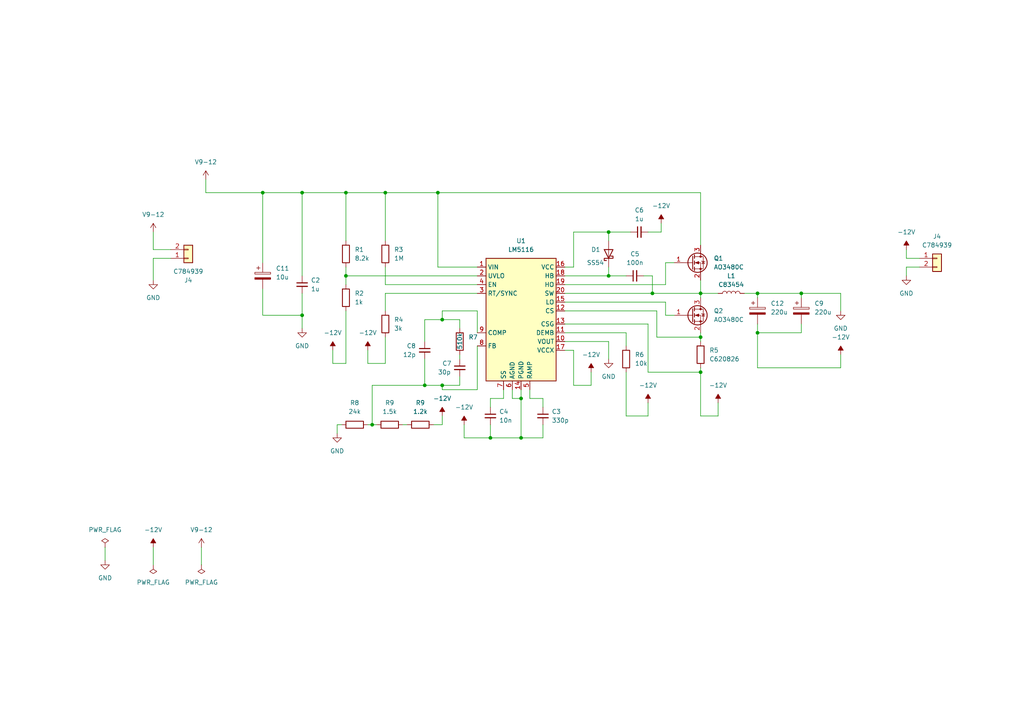
<source format=kicad_sch>
(kicad_sch (version 20230121) (generator eeschema)
  (paper "A4")
  (lib_symbols
    (symbol "Connector_Generic:Conn_01x02" (pin_names (offset 1.016) hide)
      (property "Reference" "J" (at 0 2.54 0))
      (property "Value" "Conn_01x02" (at 0 -5.08 0))
      (symbol "Conn_01x02_1_1"
        (rectangle (start -1.27 -2.413) (end 0 -2.667) (stroke (width 0.1524)))
        (rectangle (start -1.27 0.127) (end 0 -0.127) (stroke (width 0.1524)))
        (rectangle (start -1.27 1.27) (end 1.27 -3.81) (stroke (width 0.254)) (fill (type background)))
        (pin passive line (at -5.08 0 0) (length 3.81) (name "Pin_1") (number "1"))
        (pin passive line (at -5.08 -2.54 0) (length 3.81) (name "Pin_2") (number "2"))
      )
    )
    (symbol "Device:C_Polarized" (pin_numbers hide) (pin_names (offset 0.254))
      (property "Reference" "C" (at 0.635 2.54 0))
      (property "Value" "C_Polarized" (at 0.635 -2.54 0))
      (symbol "C_Polarized_0_1"
        (rectangle (start -2.286 0.508) (end 2.286 1.016))
        (polyline (pts (xy -1.778 2.286) (xy -0.762 2.286)))
        (polyline (pts (xy -1.27 2.794) (xy -1.27 1.778)))
        (rectangle (start 2.286 -0.508) (end -2.286 -1.016) (fill (type outline)))
      )
      (symbol "C_Polarized_1_1"
        (pin passive line (at 0 3.81 270) (length 2.794) (name "~") (number "1"))
        (pin passive line (at 0 -3.81 90) (length 2.794) (name "~") (number "2"))
      )
    )
    (symbol "Device:C_Small" (pin_numbers hide) (pin_names (offset 0.254) hide)
      (property "Reference" "C" (at 0.254 1.778 0))
      (property "Value" "C_Small" (at 0.254 -2.032 0))
      (symbol "C_Small_0_1"
        (polyline (pts (xy -1.524 -0.508) (xy 1.524 -0.508)) (stroke (width 0.3302)))
        (polyline (pts (xy -1.524 0.508) (xy 1.524 0.508)) (stroke (width 0.3048)))
      )
      (symbol "C_Small_1_1"
        (pin passive line (at 0 2.54 270) (length 2.032) (name "~") (number "1"))
        (pin passive line (at 0 -2.54 90) (length 2.032) (name "~") (number "2"))
      )
    )
    (symbol "Device:D_Schottky" (pin_numbers hide) (pin_names (offset 1.016) hide)
      (property "Reference" "D" (at 0 2.54 0))
      (property "Value" "D_Schottky" (at 0 -2.54 0))
      (symbol "D_Schottky_0_1"
        (polyline (pts (xy 1.27 0) (xy -1.27 0)))
        (polyline (pts (xy 1.27 1.27) (xy 1.27 -1.27) (xy -1.27 0) (xy 1.27 1.27)) (stroke (width 0.254)))
        (polyline (pts (xy -1.905 0.635) (xy -1.905 1.27) (xy -1.27 1.27) (xy -1.27 -1.27) (xy -0.635 -1.27) (xy -0.635 -0.635)) (stroke (width 0.254)))
      )
      (symbol "D_Schottky_1_1"
        (pin passive line (at -3.81 0 0) (length 2.54) (name "K") (number "1"))
        (pin passive line (at 3.81 0 180) (length 2.54) (name "A") (number "2"))
      )
    )
    (symbol "Device:L" (pin_numbers hide) (pin_names (offset 1.016) hide)
      (property "Reference" "L" (at -1.27 0 90))
      (property "Value" "L" (at 1.905 0 90))
      (symbol "L_0_1"
        (arc (start 0 -2.54) (mid 0.6323 -1.905) (end 0 -1.27))
        (arc (start 0 -1.27) (mid 0.6323 -0.635) (end 0 0))
        (arc (start 0 0) (mid 0.6323 0.635) (end 0 1.27))
        (arc (start 0 1.27) (mid 0.6323 1.905) (end 0 2.54))
      )
      (symbol "L_1_1"
        (pin passive line (at 0 3.81 270) (length 1.27) (name "1") (number "1"))
        (pin passive line (at 0 -3.81 90) (length 1.27) (name "2") (number "2"))
      )
    )
    (symbol "Device:R" (pin_numbers hide) (pin_names (offset 0))
      (property "Reference" "R" (at 2.032 0 90))
      (property "Value" "R" (at 0 0 90))
      (symbol "R_0_1"
        (rectangle (start -1.016 -2.54) (end 1.016 2.54) (stroke (width 0.254)))
      )
      (symbol "R_1_1"
        (pin passive line (at 0 3.81 270) (length 1.27) (name "~") (number "1"))
        (pin passive line (at 0 -3.81 90) (length 1.27) (name "~") (number "2"))
      )
    )
    (symbol "PowerFlags:V9-12" (power) (in_bom no) (on_board no)
      (property "Value" "V9-12" (at 0 3.81 0))
      (symbol "V9-12_0_1"
        (polyline (pts (xy -0.762 1.27) (xy 0 2.54)))
        (polyline (pts (xy 0 0) (xy 0 2.54)))
        (polyline (pts (xy 0 2.54) (xy 0.762 1.27)))
      )
      (symbol "V9-12_1_1"
        (pin power_in line (at 0 0 90) (length 0) hide (name "V9-12") (number "1"))
      )
    )
    (symbol "Power_ICs:LM5116"
      (property "Reference" "U1" (at 1.27 15.24 0))
      (property "Value" "LM5116" (at 1.27 12.7 0))
      (symbol "LM5116_0_1"
        (rectangle (start -8.89 10.16) (end 11.43 -25.4) (stroke (width 0.254)) (fill (type background)))
      )
      (symbol "LM5116_1_1"
        (pin power_in line (at -11.43 7.62 0) (length 2.54) (name "VIN") (number "1"))
        (pin input line (at 13.97 -13.97 180) (length 2.54) (name "VOUT") (number "10"))
        (pin passive line (at 13.97 -11.43 180) (length 2.54) (name "DEMB") (number "11"))
        (pin input line (at 13.97 -5.08 180) (length 2.54) (name "CS") (number "12"))
        (pin input line (at 13.97 -8.89 180) (length 2.54) (name "CSG") (number "13"))
        (pin power_in line (at 1.27 -27.94 90) (length 2.54) (name "PGND") (number "14"))
        (pin output line (at 13.97 -2.54 180) (length 2.54) (name "LO") (number "15"))
        (pin power_out line (at 13.97 7.62 180) (length 2.54) (name "VCC") (number "16"))
        (pin power_in line (at 13.97 -16.51 180) (length 2.54) (name "VCCX") (number "17"))
        (pin passive line (at 13.97 5.08 180) (length 2.54) (name "HB") (number "18"))
        (pin output line (at 13.97 2.54 180) (length 2.54) (name "HO") (number "19"))
        (pin input line (at -11.43 5.08 0) (length 2.54) (name "UVLO") (number "2"))
        (pin passive line (at 13.97 0 180) (length 2.54) (name "SW") (number "20"))
        (pin power_in line (at 1.27 -27.94 90) (length 2.54) hide (name "PGND") (number "21"))
        (pin input line (at -11.43 0 0) (length 2.54) (name "RT/SYNC") (number "3"))
        (pin input line (at -11.43 2.54 0) (length 2.54) (name "EN") (number "4"))
        (pin passive line (at 3.81 -27.94 90) (length 2.54) (name "RAMP") (number "5"))
        (pin power_in line (at -1.27 -27.94 90) (length 2.54) (name "AGND") (number "6"))
        (pin passive line (at -3.81 -27.94 90) (length 2.54) (name "SS") (number "7"))
        (pin input line (at -11.43 -15.24 0) (length 2.54) (name "FB") (number "8"))
        (pin output line (at -11.43 -11.43 0) (length 2.54) (name "COMP") (number "9"))
      )
    )
    (symbol "Transistor_FET:AO3400A" (pin_names hide)
      (property "Reference" "Q" (at 5.08 1.905 0))
      (property "Value" "AO3400A" (at 5.08 0 0))
      (symbol "AO3400A_0_1"
        (polyline (pts (xy 0.254 0) (xy -2.54 0)))
        (polyline (pts (xy 0.254 1.905) (xy 0.254 -1.905)) (stroke (width 0.254)))
        (polyline (pts (xy 0.762 -1.27) (xy 0.762 -2.286)) (stroke (width 0.254)))
        (polyline (pts (xy 0.762 0.508) (xy 0.762 -0.508)) (stroke (width 0.254)))
        (polyline (pts (xy 0.762 2.286) (xy 0.762 1.27)) (stroke (width 0.254)))
        (polyline (pts (xy 2.54 2.54) (xy 2.54 1.778)))
        (polyline (pts (xy 2.54 -2.54) (xy 2.54 0) (xy 0.762 0)))
        (polyline (pts (xy 0.762 -1.778) (xy 3.302 -1.778) (xy 3.302 1.778) (xy 0.762 1.778)))
        (polyline (pts (xy 1.016 0) (xy 2.032 0.381) (xy 2.032 -0.381) (xy 1.016 0)) (fill (type outline)))
        (polyline (pts (xy 2.794 0.508) (xy 2.921 0.381) (xy 3.683 0.381) (xy 3.81 0.254)))
        (polyline (pts (xy 3.302 0.381) (xy 2.921 -0.254) (xy 3.683 -0.254) (xy 3.302 0.381)))
        (circle (center 1.651 0) (radius 2.794) (stroke (width 0.254)))
        (circle (center 2.54 -1.778) (radius 0.254) (fill (type outline)))
        (circle (center 2.54 1.778) (radius 0.254) (fill (type outline)))
      )
      (symbol "AO3400A_1_1"
        (pin input line (at -5.08 0 0) (length 2.54) (name "G") (number "1"))
        (pin passive line (at 2.54 -5.08 90) (length 2.54) (name "S") (number "2"))
        (pin passive line (at 2.54 5.08 270) (length 2.54) (name "D") (number "3"))
      )
    )
    (symbol "power:-12V" (power) (pin_names (offset 0))
      (property "Value" "-12V" (at 0 3.81 0))
      (symbol "-12V_0_0"
        (pin power_in line (at 0 0 90) (length 0) hide (name "-12V") (number "1"))
      )
      (symbol "-12V_0_1"
        (polyline (pts (xy 0 0) (xy 0 1.27) (xy 0.762 1.27) (xy 0 2.54) (xy -0.762 1.27) (xy 0 1.27)) (fill (type outline)))
      )
    )
    (symbol "power:GND" (power) (pin_names (offset 0))
      (property "Value" "GND" (at 0 -3.81 0))
      (symbol "GND_0_1"
        (polyline (pts (xy 0 0) (xy 0 -1.27) (xy 1.27 -1.27) (xy 0 -2.54) (xy -1.27 -1.27) (xy 0 -1.27)))
      )
      (symbol "GND_1_1"
        (pin power_in line (at 0 0 270) (length 0) hide (name "GND") (number "1"))
      )
    )
    (symbol "power:PWR_FLAG" (power) (pin_numbers hide) (pin_names (offset 0) hide)
      (property "Value" "PWR_FLAG" (at 0 3.81 0))
      (symbol "PWR_FLAG_0_0"
        (pin power_out line (at 0 0 90) (length 0) (name "pwr") (number "1"))
      )
      (symbol "PWR_FLAG_0_1"
        (polyline (pts (xy 0 0) (xy 0 1.27) (xy -1.016 1.905) (xy 0 2.54) (xy 1.016 1.905) (xy 0 1.27)))
      )
    )
  )
  (junction (at 127 55.88))
  (junction (at 87.63 55.88))
  (junction (at 219.71 96.52))
  (junction (at 76.2 55.88))
  (junction (at 219.71 85.09))
  (junction (at 142.24 127))
  (junction (at 203.2 107.95))
  (junction (at 123.19 111.76))
  (junction (at 111.76 55.88))
  (junction (at 100.33 80.01))
  (junction (at 203.2 97.79))
  (junction (at 189.23 85.09))
  (junction (at 107.95 123.19))
  (junction (at 151.13 115.57))
  (junction (at 87.63 91.44))
  (junction (at 128.27 111.76))
  (junction (at 232.41 85.09))
  (junction (at 128.27 92.71))
  (junction (at 151.13 127))
  (junction (at 203.2 85.09))
  (junction (at 176.53 80.01))
  (junction (at 176.53 67.31))
  (junction (at 100.33 55.88))
  (wire (pts (xy 181.61 107.95) (xy 181.61 120.65)))
  (wire (pts (xy 190.5 90.17) (xy 190.5 97.79)))
  (wire (pts (xy 138.43 96.52) (xy 138.43 90.17)))
  (wire (pts (xy 208.28 116.84) (xy 208.28 120.65)))
  (wire (pts (xy 181.61 120.65) (xy 187.96 120.65)))
  (wire (pts (xy 163.83 90.17) (xy 190.5 90.17)))
  (wire (pts (xy 166.37 101.6) (xy 163.83 101.6)))
  (wire (pts (xy 111.76 55.88) (xy 111.76 69.85)))
  (wire (pts (xy 138.43 113.03) (xy 128.27 113.03)))
  (wire (pts (xy 153.67 115.57) (xy 153.67 113.03)))
  (wire (pts (xy 262.89 74.93) (xy 262.89 72.39)))
  (wire (pts (xy 133.35 95.25) (xy 133.35 92.71)))
  (wire (pts (xy 76.2 55.88) (xy 87.63 55.88)))
  (wire (pts (xy 166.37 111.76) (xy 171.45 111.76)))
  (wire (pts (xy 100.33 80.01) (xy 100.33 77.47)))
  (wire (pts (xy 187.96 107.95) (xy 187.96 93.98)))
  (wire (pts (xy 187.96 116.84) (xy 187.96 120.65)))
  (wire (pts (xy 193.04 76.2) (xy 195.58 76.2)))
  (wire (pts (xy 191.77 67.31) (xy 187.96 67.31)))
  (wire (pts (xy 127 55.88) (xy 127 77.47)))
  (wire (pts (xy 87.63 91.44) (xy 87.63 95.25)))
  (wire (pts (xy 157.48 115.57) (xy 153.67 115.57)))
  (wire (pts (xy 151.13 127) (xy 157.48 127)))
  (wire (pts (xy 181.61 96.52) (xy 163.83 96.52)))
  (wire (pts (xy 138.43 90.17) (xy 128.27 90.17)))
  (wire (pts (xy 203.2 107.95) (xy 187.96 107.95)))
  (wire (pts (xy 148.59 115.57) (xy 151.13 115.57)))
  (wire (pts (xy 138.43 80.01) (xy 100.33 80.01)))
  (wire (pts (xy 128.27 90.17) (xy 128.27 92.71)))
  (wire (pts (xy 266.7 77.47) (xy 262.89 77.47)))
  (wire (pts (xy 138.43 100.33) (xy 138.43 113.03)))
  (wire (pts (xy 190.5 97.79) (xy 203.2 97.79)))
  (wire (pts (xy 142.24 115.57) (xy 146.05 115.57)))
  (wire (pts (xy 96.52 105.41) (xy 100.33 105.41)))
  (wire (pts (xy 49.53 72.39) (xy 44.45 72.39)))
  (wire (pts (xy 106.68 123.19) (xy 107.95 123.19)))
  (wire (pts (xy 76.2 83.82) (xy 76.2 91.44)))
  (wire (pts (xy 59.69 52.07) (xy 59.69 55.88)))
  (wire (pts (xy 232.41 93.98) (xy 232.41 96.52)))
  (wire (pts (xy 176.53 99.06) (xy 176.53 104.14)))
  (wire (pts (xy 106.68 101.6) (xy 106.68 105.41)))
  (wire (pts (xy 219.71 96.52) (xy 232.41 96.52)))
  (wire (pts (xy 111.76 85.09) (xy 111.76 90.17)))
  (wire (pts (xy 176.53 80.01) (xy 176.53 77.47)))
  (wire (pts (xy 203.2 107.95) (xy 203.2 120.65)))
  (wire (pts (xy 138.43 82.55) (xy 111.76 82.55)))
  (wire (pts (xy 76.2 76.2) (xy 76.2 55.88)))
  (wire (pts (xy 157.48 127) (xy 157.48 123.19)))
  (wire (pts (xy 123.19 111.76) (xy 128.27 111.76)))
  (wire (pts (xy 142.24 127) (xy 151.13 127)))
  (wire (pts (xy 100.33 55.88) (xy 100.33 69.85)))
  (wire (pts (xy 123.19 92.71) (xy 123.19 99.06)))
  (wire (pts (xy 219.71 106.68) (xy 243.84 106.68)))
  (wire (pts (xy 208.28 120.65) (xy 203.2 120.65)))
  (wire (pts (xy 134.62 123.19) (xy 134.62 127)))
  (wire (pts (xy 166.37 67.31) (xy 176.53 67.31)))
  (wire (pts (xy 189.23 80.01) (xy 189.23 85.09)))
  (wire (pts (xy 191.77 64.77) (xy 191.77 67.31)))
  (wire (pts (xy 133.35 102.87) (xy 133.35 104.14)))
  (wire (pts (xy 100.33 80.01) (xy 100.33 82.55)))
  (wire (pts (xy 148.59 113.03) (xy 148.59 115.57)))
  (wire (pts (xy 203.2 85.09) (xy 208.28 85.09)))
  (wire (pts (xy 97.79 125.73) (xy 97.79 123.19)))
  (wire (pts (xy 203.2 81.28) (xy 203.2 85.09)))
  (wire (pts (xy 106.68 105.41) (xy 111.76 105.41)))
  (wire (pts (xy 203.2 106.68) (xy 203.2 107.95)))
  (wire (pts (xy 189.23 85.09) (xy 203.2 85.09)))
  (wire (pts (xy 97.79 123.19) (xy 99.06 123.19)))
  (wire (pts (xy 163.83 99.06) (xy 176.53 99.06)))
  (wire (pts (xy 76.2 91.44) (xy 87.63 91.44)))
  (wire (pts (xy 116.84 123.19) (xy 118.11 123.19)))
  (wire (pts (xy 266.7 74.93) (xy 262.89 74.93)))
  (wire (pts (xy 181.61 100.33) (xy 181.61 96.52)))
  (wire (pts (xy 215.9 85.09) (xy 219.71 85.09)))
  (wire (pts (xy 87.63 91.44) (xy 87.63 85.09)))
  (wire (pts (xy 142.24 118.11) (xy 142.24 115.57)))
  (wire (pts (xy 30.48 158.75) (xy 30.48 162.56)))
  (wire (pts (xy 107.95 123.19) (xy 107.95 111.76)))
  (wire (pts (xy 176.53 67.31) (xy 182.88 67.31)))
  (wire (pts (xy 44.45 158.75) (xy 44.45 163.83)))
  (wire (pts (xy 59.69 55.88) (xy 76.2 55.88)))
  (wire (pts (xy 111.76 55.88) (xy 127 55.88)))
  (wire (pts (xy 243.84 106.68) (xy 243.84 102.87)))
  (wire (pts (xy 138.43 85.09) (xy 111.76 85.09)))
  (wire (pts (xy 193.04 91.44) (xy 193.04 87.63)))
  (wire (pts (xy 186.69 80.01) (xy 189.23 80.01)))
  (wire (pts (xy 107.95 111.76) (xy 123.19 111.76)))
  (wire (pts (xy 203.2 71.12) (xy 203.2 55.88)))
  (wire (pts (xy 219.71 86.36) (xy 219.71 85.09)))
  (wire (pts (xy 203.2 96.52) (xy 203.2 97.79)))
  (wire (pts (xy 44.45 81.28) (xy 44.45 74.93)))
  (wire (pts (xy 44.45 74.93) (xy 49.53 74.93)))
  (wire (pts (xy 128.27 113.03) (xy 128.27 111.76)))
  (wire (pts (xy 146.05 115.57) (xy 146.05 113.03)))
  (wire (pts (xy 195.58 91.44) (xy 193.04 91.44)))
  (wire (pts (xy 123.19 104.14) (xy 123.19 111.76)))
  (wire (pts (xy 193.04 87.63) (xy 163.83 87.63)))
  (wire (pts (xy 176.53 80.01) (xy 181.61 80.01)))
  (wire (pts (xy 187.96 93.98) (xy 163.83 93.98)))
  (wire (pts (xy 128.27 92.71) (xy 133.35 92.71)))
  (wire (pts (xy 87.63 55.88) (xy 87.63 80.01)))
  (wire (pts (xy 203.2 85.09) (xy 203.2 86.36)))
  (wire (pts (xy 151.13 113.03) (xy 151.13 115.57)))
  (wire (pts (xy 151.13 115.57) (xy 151.13 127)))
  (wire (pts (xy 100.33 105.41) (xy 100.33 90.17)))
  (wire (pts (xy 111.76 82.55) (xy 111.76 77.47)))
  (wire (pts (xy 166.37 77.47) (xy 166.37 67.31)))
  (wire (pts (xy 100.33 55.88) (xy 111.76 55.88)))
  (wire (pts (xy 232.41 85.09) (xy 243.84 85.09)))
  (wire (pts (xy 176.53 67.31) (xy 176.53 69.85)))
  (wire (pts (xy 243.84 90.17) (xy 243.84 85.09)))
  (wire (pts (xy 111.76 97.79) (xy 111.76 105.41)))
  (wire (pts (xy 262.89 80.01) (xy 262.89 77.47)))
  (wire (pts (xy 203.2 97.79) (xy 203.2 99.06)))
  (wire (pts (xy 157.48 118.11) (xy 157.48 115.57)))
  (wire (pts (xy 232.41 85.09) (xy 232.41 86.36)))
  (wire (pts (xy 219.71 96.52) (xy 219.71 93.98)))
  (wire (pts (xy 58.42 158.75) (xy 58.42 163.83)))
  (wire (pts (xy 96.52 101.6) (xy 96.52 105.41)))
  (wire (pts (xy 44.45 72.39) (xy 44.45 67.31)))
  (wire (pts (xy 163.83 77.47) (xy 166.37 77.47)))
  (wire (pts (xy 133.35 111.76) (xy 133.35 109.22)))
  (wire (pts (xy 125.73 123.19) (xy 128.27 123.19)))
  (wire (pts (xy 171.45 107.95) (xy 171.45 111.76)))
  (wire (pts (xy 189.23 85.09) (xy 163.83 85.09)))
  (wire (pts (xy 128.27 120.65) (xy 128.27 123.19)))
  (wire (pts (xy 166.37 101.6) (xy 166.37 111.76)))
  (wire (pts (xy 163.83 80.01) (xy 176.53 80.01)))
  (wire (pts (xy 142.24 123.19) (xy 142.24 127)))
  (wire (pts (xy 203.2 55.88) (xy 127 55.88)))
  (wire (pts (xy 134.62 127) (xy 142.24 127)))
  (wire (pts (xy 107.95 123.19) (xy 109.22 123.19)))
  (wire (pts (xy 219.71 85.09) (xy 232.41 85.09)))
  (wire (pts (xy 87.63 55.88) (xy 100.33 55.88)))
  (wire (pts (xy 128.27 92.71) (xy 123.19 92.71)))
  (wire (pts (xy 138.43 77.47) (xy 127 77.47)))
  (wire (pts (xy 193.04 82.55) (xy 193.04 76.2)))
  (wire (pts (xy 219.71 96.52) (xy 219.71 106.68)))
  (wire (pts (xy 163.83 82.55) (xy 193.04 82.55)))
  (wire (pts (xy 128.27 111.76) (xy 133.35 111.76)))
  (symbol (lib_id "power:GND") (at 97.79 125.73 0) (mirror y) (unit 1)
    (property "Reference" "#PWR012" (effects hide))
    (property "Value" "GND" (at 97.79 130.81 0))
    (instances (project "fuentes" (path "" (reference "#PWR012") (unit 1)) (path "" (reference "#PWR04") (unit 1))))
  )
  (symbol (lib_id "Device:C_Small") (at 133.35 106.68 0) (mirror y) (unit 1)
    (property "Reference" "C7" (at 128.27 105.41 0) (effects (justify right)))
    (property "Value" "30p" (at 127 107.95 0) (effects (justify right)))
    (property "Footprint" "Capacitor_SMD:C_0603_1608Metric" (effects hide))
    (instances (project "fuentes" (path "" (reference "C7") (unit 1)) (path "" (reference "C4") (unit 1))))
  )
  (symbol (lib_id "Device:C_Polarized") (at 219.71 90.17 0) (unit 1)
    (property "Reference" "C12" (at 223.52 88.011 0) (effects (justify left)))
    (property "Value" "220u" (at 223.52 90.551 0) (effects (justify left)))
    (property "Footprint" "Capacitor_SMD:CP_Elec_10x10" (effects hide))
    (instances (project "fuentes" (path "" (reference "C12") (unit 1)) (path "" (reference "C9") (unit 1))))
  )
  (symbol (lib_id "Device:C_Small") (at 157.48 120.65 0) (unit 1)
    (property "Reference" "C3" (at 160.02 119.3863 0) (effects (justify left)))
    (property "Value" "330p" (at 160.02 121.9263 0) (effects (justify left)))
    (property "Footprint" "Capacitor_SMD:C_0603_1608Metric" (effects hide))
    (instances (project "fuentes" (path "" (reference "C3") (unit 1)) (path "" (reference "C6") (unit 1))))
  )
  (symbol (lib_id "power:GND") (at 262.89 80.01 0) (mirror y) (unit 1)
    (property "Reference" "#PWR010" (effects hide))
    (property "Value" "GND" (at 262.89 85.09 0))
    (instances (project "fuentes" (path "" (reference "#PWR010") (unit 1)) (path "" (reference "#PWR048") (unit 1))))
  )
  (symbol (lib_id "Device:C_Small") (at 123.19 101.6 0) (mirror y) (unit 1)
    (property "Reference" "C8" (at 120.65 100.3363 0) (effects (justify left)))
    (property "Value" "12p" (at 120.65 102.8763 0) (effects (justify left)))
    (property "Footprint" "Capacitor_SMD:C_0603_1608Metric" (effects hide))
    (instances (project "fuentes" (path "" (reference "C8") (unit 1)) (path "" (reference "C3") (unit 1))))
  )
  (symbol (lib_id "power:GND") (at 243.84 90.17 0) (unit 1)
    (property "Reference" "#PWR010" (effects hide))
    (property "Value" "GND" (at 243.84 95.25 0))
    (instances (project "fuentes" (path "" (reference "#PWR010") (unit 1)) (path "" (reference "#PWR014") (unit 1))))
  )
  (symbol (lib_id "power:GND") (at 87.63 95.25 0) (unit 1)
    (property "Reference" "#PWR09" (effects hide))
    (property "Value" "GND" (at 87.63 100.33 0))
    (instances (project "fuentes" (path "" (reference "#PWR09") (unit 1)) (path "" (reference "#PWR01") (unit 1))))
  )
  (symbol (lib_id "power:GND") (at 44.45 81.28 0) (mirror y) (unit 1)
    (property "Reference" "#PWR010" (effects hide))
    (property "Value" "GND" (at 44.45 86.36 0))
    (instances (project "fuentes" (path "" (reference "#PWR010") (unit 1)) (path "" (reference "#PWR041") (unit 1))))
  )
  (symbol (lib_id "power:-12V") (at 191.77 64.77 0) (unit 1)
    (property "Reference" "#PWR05" (effects hide))
    (property "Value" "-12V" (at 191.77 59.69 0))
    (instances (project "fuentes" (path "" (reference "#PWR05") (unit 1)) (path "" (reference "#PWR011") (unit 1))))
  )
  (symbol (lib_id "Device:R") (at 113.03 123.19 90) (unit 1)
    (property "Reference" "R9" (at 113.03 116.84 90))
    (property "Value" "1.5k" (at 113.03 119.38 90))
    (property "Footprint" "Resistor_SMD:R_0603_1608Metric" (effects hide))
    (instances (project "fuentes" (path "" (reference "R9") (unit 1)) (path "" (reference "R6") (unit 1))))
  )
  (symbol (lib_id "Device:C_Polarized") (at 232.41 90.17 0) (unit 1)
    (property "Reference" "C9" (at 236.22 88.011 0) (effects (justify left)))
    (property "Value" "220u" (at 236.22 90.551 0) (effects (justify left)))
    (property "Footprint" "Capacitor_SMD:CP_Elec_10x10" (effects hide))
    (instances (project "fuentes" (path "" (reference "C9") (unit 1)) (path "" (reference "C10") (unit 1))))
  )
  (symbol (lib_id "Device:C_Small") (at 185.42 67.31 90) (unit 1)
    (property "Reference" "C6" (at 185.4263 60.96 90))
    (property "Value" "1u" (at 185.4263 63.5 90))
    (property "Footprint" "Capacitor_SMD:C_0805_2012Metric" (effects hide))
    (instances (project "fuentes" (path "" (reference "C6") (unit 1)) (path "" (reference "C8") (unit 1))))
  )
  (symbol (lib_id "Device:R") (at 181.61 104.14 0) (unit 1)
    (property "Reference" "R6" (at 184.15 102.87 0) (effects (justify left)))
    (property "Value" "10k" (at 184.15 105.41 0) (effects (justify left)))
    (property "Footprint" "Resistor_SMD:R_0603_1608Metric" (effects hide))
    (instances (project "fuentes" (path "" (reference "R6") (unit 1)) (path "" (reference "R8") (unit 1))))
  )
  (symbol (lib_id "Power_ICs:LM5116") (at 149.86 85.09 0) (unit 1)
    (property "Reference" "U1" (at 151.13 69.85 0))
    (property "Value" "LM5116" (at 151.13 72.39 0))
    (property "Footprint" "Package_SO:HTSSOP-20-1EP_4.4x6.5mm_P0.65mm_EP2.85x4mm" (effects hide))
    (property "Datasheet" "https://www.ti.com/lit/ds/symlink/lm5116.pdf?ts=16993596747" (effects hide))
  )
  (symbol (lib_id "power:-12V") (at 208.28 116.84 0) (unit 1)
    (property "Reference" "#PWR04" (effects hide))
    (property "Value" "-12V" (at 208.28 111.76 0))
    (instances (project "fuentes" (path "" (reference "#PWR04") (unit 1)) (path "" (reference "#PWR012") (unit 1))))
  )
  (symbol (lib_id "Device:C_Small") (at 142.24 120.65 0) (unit 1)
    (property "Reference" "C4" (at 144.78 119.3863 0) (effects (justify left)))
    (property "Value" "10n" (at 144.78 121.9263 0) (effects (justify left)))
    (property "Footprint" "Capacitor_SMD:C_0603_1608Metric" (effects hide))
    (instances (project "fuentes" (path "" (reference "C4") (unit 1)) (path "" (reference "C5") (unit 1))))
  )
  (symbol (lib_id "Device:C_Small") (at 184.15 80.01 90) (unit 1)
    (property "Reference" "C5" (at 184.1563 73.66 90))
    (property "Value" "100n" (at 184.1563 76.2 90))
    (property "Footprint" "Capacitor_SMD:C_0603_1608Metric" (effects hide))
    (instances (project "fuentes" (path "" (reference "C5") (unit 1)) (path "" (reference "C7") (unit 1))))
  )
  (symbol (lib_id "Device:L") (at 212.09 85.09 90) (unit 1)
    (property "Reference" "L1" (at 212.09 80.01 90))
    (property "Value" "C83454" (at 212.09 82.55 90))
    (property "Footprint" "Inductor_SMD:L_Sunlord_SWPA6045S" (effects hide))
  )
  (symbol (lib_id "Transistor_FET:AO3400A") (at 200.66 91.44 0) (unit 1)
    (property "Reference" "Q2" (at 207.01 90.17 0) (effects (justify left)))
    (property "Value" "AO3480C" (at 207.01 92.71 0) (effects (justify left)))
    (property "Footprint" "Package_TO_SOT_SMD:SOT-23" (effects hide))
    (property "Datasheet" "http://www.aosmd.com/pdfs/datasheet/AO3400A.pdf" (effects hide))
  )
  (symbol (lib_id "Connector_Generic:Conn_01x02") (at 271.78 74.93 0) (unit 1)
    (property "Reference" "J4" (at 271.78 68.58 0))
    (property "Value" "C784939" (at 271.78 71.12 0))
    (property "Footprint" "PowerMOSFETs:XY119A-5.0-2P" (effects hide))
    (instances (project "fuentes" (path "" (reference "J4") (unit 1)) (path "" (reference "J5") (unit 1))))
  )
  (symbol (lib_id "power:-12V") (at 106.68 101.6 0) (unit 1)
    (property "Reference" "#PWR03" (effects hide))
    (property "Value" "-12V" (at 106.68 96.52 0))
    (instances (project "fuentes" (path "" (reference "#PWR03") (unit 1)) (path "" (reference "#PWR05") (unit 1))))
  )
  (symbol (lib_id "Device:R") (at 121.92 123.19 90) (unit 1)
    (property "Reference" "R9" (at 121.92 116.84 90))
    (property "Value" "1.2k" (at 121.92 119.38 90))
    (property "Footprint" "Resistor_SMD:R_0603_1608Metric" (effects hide))
    (instances (project "fuentes" (path "" (reference "R9") (unit 1)) (path "" (reference "R24") (unit 1))))
  )
  (symbol (lib_id "PowerFlags:V9-12") (at 44.45 67.31 0) (unit 1) (in_bom no) (on_board no)
    (property "Reference" "#PWR034" (effects hide))
    (property "Value" "V9-12" (at 44.45 62.23 0))
  )
  (symbol (lib_id "Connector_Generic:Conn_01x02") (at 54.61 74.93 0) (mirror x) (unit 1)
    (property "Reference" "J4" (at 54.61 81.28 0))
    (property "Value" "C784939" (at 54.61 78.74 0))
    (property "Footprint" "PowerMOSFETs:XY119A-5.0-2P" (effects hide))
    (instances (project "fuentes" (path "" (reference "J4") (unit 1)) (path "" (reference "J9") (unit 1))))
  )
  (symbol (lib_id "power:GND") (at 176.53 104.14 0) (unit 1)
    (property "Reference" "#PWR08" (effects hide))
    (property "Value" "GND" (at 176.53 109.22 0))
    (instances (project "fuentes" (path "" (reference "#PWR08") (unit 1)) (path "" (reference "#PWR09") (unit 1))))
  )
  (symbol (lib_id "power:-12V") (at 187.96 116.84 0) (unit 1)
    (property "Reference" "#PWR06" (effects hide))
    (property "Value" "-12V" (at 187.96 111.76 0))
    (instances (project "fuentes" (path "" (reference "#PWR06") (unit 1)) (path "" (reference "#PWR010") (unit 1))))
  )
  (symbol (lib_id "Device:D_Schottky") (at 176.53 73.66 90) (unit 1)
    (property "Reference" "D1" (at 171.45 72.39 90) (effects (justify right)))
    (property "Value" "SS54" (at 170.18 76.2 90) (effects (justify right)))
    (property "Footprint" "Diode_SMD:D_SMA" (effects hide))
  )
  (symbol (lib_id "power:PWR_FLAG") (at 30.48 158.75 0) (unit 1)
    (property "Reference" "#FLG01" (effects hide))
    (property "Value" "PWR_FLAG" (at 30.48 153.67 0))
  )
  (symbol (lib_id "Device:R") (at 111.76 73.66 0) (unit 1)
    (property "Reference" "R3" (at 114.3 72.39 0) (effects (justify left)))
    (property "Value" "1M" (at 114.3 74.93 0) (effects (justify left)))
    (property "Footprint" "Resistor_SMD:R_0603_1608Metric" (effects hide))
    (instances (project "fuentes" (path "" (reference "R3") (unit 1)) (path "" (reference "R4") (unit 1))))
  )
  (symbol (lib_id "Device:R") (at 203.2 102.87 0) (unit 1)
    (property "Reference" "R5" (at 205.74 101.6 0) (effects (justify left)))
    (property "Value" "C620826" (at 205.74 104.14 0) (effects (justify left)))
    (property "Footprint" "Resistor_SMD:R_2512_6332Metric" (effects hide))
    (instances (project "fuentes" (path "" (reference "R5") (unit 1)) (path "" (reference "R9") (unit 1))))
  )
  (symbol (lib_id "Device:R") (at 133.35 99.06 0) (mirror y) (unit 1)
    (property "Reference" "R7" (at 135.89 97.79 0) (effects (justify right)))
    (property "Value" "510k" (at 133.35 96.52 90) (effects (justify right)))
    (property "Footprint" "Resistor_SMD:R_0603_1608Metric" (effects hide))
  )
  (symbol (lib_id "Device:R") (at 100.33 73.66 0) (unit 1)
    (property "Reference" "R1" (at 102.87 72.39 0) (effects (justify left)))
    (property "Value" "8.2k" (at 102.87 74.93 0) (effects (justify left)))
    (property "Footprint" "Resistor_SMD:R_0603_1608Metric" (effects hide))
  )
  (symbol (lib_id "power:-12V") (at 243.84 102.87 0) (unit 1)
    (property "Reference" "#PWR011" (effects hide))
    (property "Value" "-12V" (at 243.84 97.79 0))
    (instances (project "fuentes" (path "" (reference "#PWR011") (unit 1)) (path "" (reference "#PWR013") (unit 1))))
  )
  (symbol (lib_id "power:-12V") (at 171.45 107.95 0) (unit 1)
    (property "Reference" "#PWR07" (effects hide))
    (property "Value" "-12V" (at 171.45 102.87 0))
    (instances (project "fuentes" (path "" (reference "#PWR07") (unit 1)) (path "" (reference "#PWR08") (unit 1))))
  )
  (symbol (lib_id "Transistor_FET:AO3400A") (at 200.66 76.2 0) (unit 1)
    (property "Reference" "Q1" (at 207.01 74.93 0) (effects (justify left)))
    (property "Value" "AO3480C" (at 207.01 77.47 0) (effects (justify left)))
    (property "Footprint" "Package_TO_SOT_SMD:SOT-23" (effects hide))
    (property "Datasheet" "http://www.aosmd.com/pdfs/datasheet/AO3400A.pdf" (effects hide))
  )
  (symbol (lib_id "power:-12V") (at 44.45 158.75 0) (unit 1)
    (property "Reference" "#PWR02" (effects hide))
    (property "Value" "-12V" (at 44.45 153.67 0))
    (instances (project "fuentes" (path "" (reference "#PWR02") (unit 1)) (path "" (reference "#PWR043") (unit 1))))
  )
  (symbol (lib_id "power:GND") (at 30.48 162.56 0) (unit 1)
    (property "Reference" "#PWR010" (effects hide))
    (property "Value" "GND" (at 30.48 167.64 0))
    (instances (project "fuentes" (path "" (reference "#PWR010") (unit 1)) (path "" (reference "#PWR044") (unit 1))))
  )
  (symbol (lib_id "power:PWR_FLAG") (at 58.42 163.83 180) (unit 1)
    (property "Reference" "#FLG03" (effects hide))
    (property "Value" "PWR_FLAG" (at 58.42 168.91 0))
  )
  (symbol (lib_id "power:-12V") (at 128.27 120.65 0) (unit 1)
    (property "Reference" "#PWR013" (effects hide))
    (property "Value" "-12V" (at 128.27 115.57 0))
    (instances (project "fuentes" (path "" (reference "#PWR013") (unit 1)) (path "" (reference "#PWR06") (unit 1))))
  )
  (symbol (lib_id "power:-12V") (at 134.62 123.19 0) (unit 1)
    (property "Reference" "#PWR01" (effects hide))
    (property "Value" "-12V" (at 134.62 118.11 0))
    (instances (project "fuentes" (path "" (reference "#PWR01") (unit 1)) (path "" (reference "#PWR07") (unit 1))))
  )
  (symbol (lib_id "power:PWR_FLAG") (at 44.45 163.83 180) (unit 1)
    (property "Reference" "#FLG02" (effects hide))
    (property "Value" "PWR_FLAG" (at 44.45 168.91 0))
  )
  (symbol (lib_id "Device:R") (at 111.76 93.98 0) (unit 1)
    (property "Reference" "R4" (at 114.3 92.71 0) (effects (justify left)))
    (property "Value" "3k" (at 114.3 95.25 0) (effects (justify left)))
    (property "Footprint" "Resistor_SMD:R_0603_1608Metric" (effects hide))
    (instances (project "fuentes" (path "" (reference "R4") (unit 1)) (path "" (reference "R5") (unit 1))))
  )
  (symbol (lib_id "power:-12V") (at 262.89 72.39 0) (mirror y) (unit 1)
    (property "Reference" "#PWR011" (effects hide))
    (property "Value" "-12V" (at 262.89 67.31 0))
    (instances (project "fuentes" (path "" (reference "#PWR011") (unit 1)) (path "" (reference "#PWR047") (unit 1))))
  )
  (symbol (lib_id "Device:R") (at 102.87 123.19 90) (unit 1)
    (property "Reference" "R8" (at 102.87 116.84 90))
    (property "Value" "24k" (at 102.87 119.38 90))
    (property "Footprint" "Resistor_SMD:R_0603_1608Metric" (effects hide))
    (instances (project "fuentes" (path "" (reference "R8") (unit 1)) (path "" (reference "R3") (unit 1))))
  )
  (symbol (lib_id "Device:R") (at 100.33 86.36 0) (unit 1)
    (property "Reference" "R2" (at 102.87 85.09 0) (effects (justify left)))
    (property "Value" "1k" (at 102.87 87.63 0) (effects (justify left)))
    (property "Footprint" "Resistor_SMD:R_0603_1608Metric" (effects hide))
  )
  (symbol (lib_id "power:-12V") (at 96.52 101.6 0) (unit 1)
    (property "Reference" "#PWR02" (effects hide))
    (property "Value" "-12V" (at 96.52 96.52 0))
    (instances (project "fuentes" (path "" (reference "#PWR02") (unit 1)) (path "" (reference "#PWR03") (unit 1))))
  )
  (symbol (lib_id "Device:C_Small") (at 87.63 82.55 0) (unit 1)
    (property "Reference" "C2" (at 90.17 81.2863 0) (effects (justify left)))
    (property "Value" "1u" (at 90.17 83.8263 0) (effects (justify left)))
    (property "Footprint" "Capacitor_SMD:C_0805_2012Metric" (effects hide))
  )
  (symbol (lib_id "PowerFlags:V9-12") (at 59.69 52.07 0) (unit 1) (in_bom no) (on_board no)
    (property "Reference" "#PWR053" (effects hide))
    (property "Value" "V9-12" (at 59.69 46.99 0))
  )
  (symbol (lib_id "PowerFlags:V9-12") (at 58.42 158.75 0) (unit 1) (in_bom no) (on_board no)
    (property "Reference" "#PWR037" (effects hide))
    (property "Value" "V9-12" (at 58.42 153.67 0))
  )
  (symbol (lib_id "Device:C_Polarized") (at 76.2 80.01 0) (unit 1)
    (property "Reference" "C11" (at 80.01 77.851 0) (effects (justify left)))
    (property "Value" "10u" (at 80.01 80.391 0) (effects (justify left)))
    (property "Footprint" "Capacitor_Tantalum_SMD:CP_EIA-3216-18_Kemet-A" (effects hide))
    (instances (project "fuentes" (path "" (reference "C11") (unit 1)) (path "" (reference "C1") (unit 1))))
  )
)
</source>
